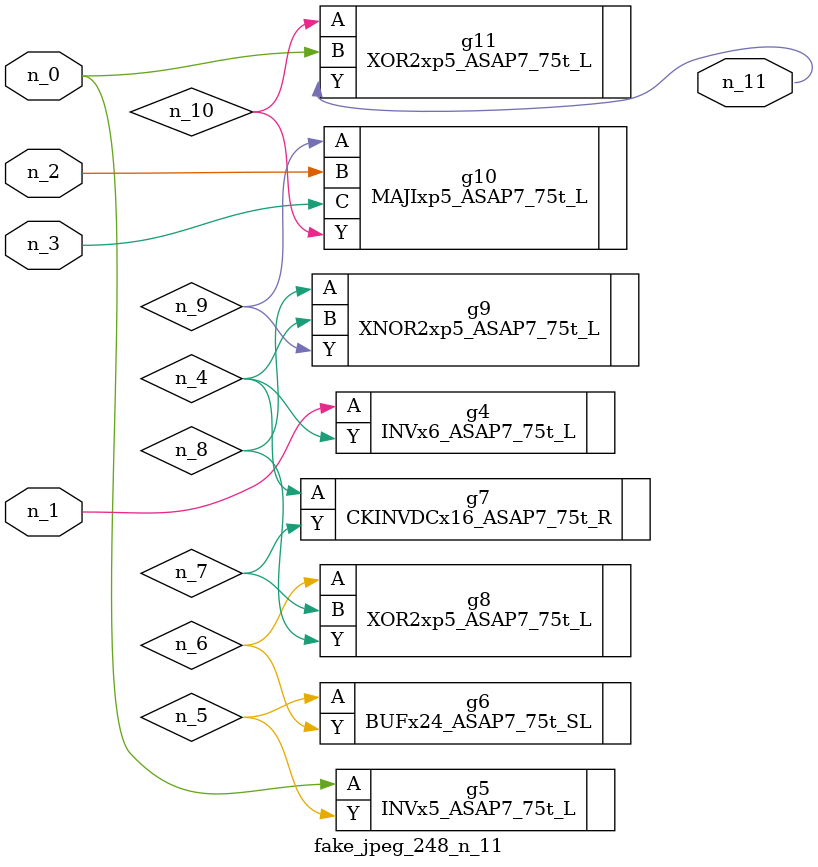
<source format=v>
module fake_jpeg_248_n_11 (n_0, n_3, n_2, n_1, n_11);

input n_0;
input n_3;
input n_2;
input n_1;

output n_11;

wire n_10;
wire n_4;
wire n_8;
wire n_9;
wire n_6;
wire n_5;
wire n_7;

INVx6_ASAP7_75t_L g4 ( 
.A(n_1),
.Y(n_4)
);

INVx5_ASAP7_75t_L g5 ( 
.A(n_0),
.Y(n_5)
);

BUFx24_ASAP7_75t_SL g6 ( 
.A(n_5),
.Y(n_6)
);

XOR2xp5_ASAP7_75t_L g8 ( 
.A(n_6),
.B(n_7),
.Y(n_8)
);

CKINVDCx16_ASAP7_75t_R g7 ( 
.A(n_4),
.Y(n_7)
);

XNOR2xp5_ASAP7_75t_L g9 ( 
.A(n_8),
.B(n_4),
.Y(n_9)
);

MAJIxp5_ASAP7_75t_L g10 ( 
.A(n_9),
.B(n_2),
.C(n_3),
.Y(n_10)
);

XOR2xp5_ASAP7_75t_L g11 ( 
.A(n_10),
.B(n_0),
.Y(n_11)
);


endmodule
</source>
